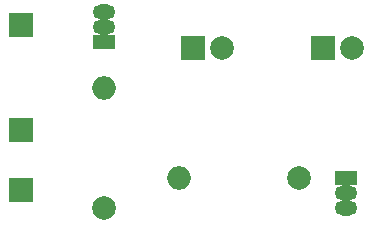
<source format=gts>
G04 #@! TF.FileFunction,Soldermask,Top*
%FSLAX46Y46*%
G04 Gerber Fmt 4.6, Leading zero omitted, Abs format (unit mm)*
G04 Created by KiCad (PCBNEW 4.0.5) date 07/12/17 21:06:27*
%MOMM*%
%LPD*%
G01*
G04 APERTURE LIST*
%ADD10C,0.100000*%
%ADD11R,2.000000X2.000000*%
%ADD12C,2.000000*%
%ADD13R,2.100000X2.100000*%
%ADD14O,1.900000X1.300000*%
%ADD15R,1.900000X1.300000*%
%ADD16O,2.000000X2.000000*%
G04 APERTURE END LIST*
D10*
D11*
X125000000Y-98500000D03*
D12*
X127500000Y-98500000D03*
D11*
X136000000Y-98500000D03*
D12*
X138500000Y-98500000D03*
D13*
X110490000Y-110490000D03*
X110490000Y-105410000D03*
X110490000Y-96520000D03*
D14*
X117500000Y-96730000D03*
X117500000Y-95460000D03*
D15*
X117500000Y-98000000D03*
D14*
X138000000Y-110770000D03*
X138000000Y-112040000D03*
D15*
X138000000Y-109500000D03*
D12*
X117500000Y-112000000D03*
D16*
X117500000Y-101840000D03*
D12*
X134000000Y-109500000D03*
D16*
X123840000Y-109500000D03*
M02*

</source>
